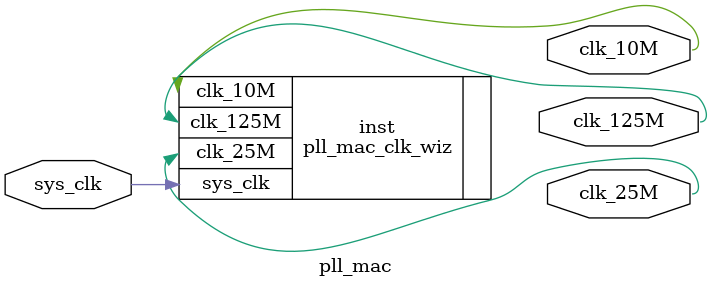
<source format=v>


`timescale 1ps/1ps

(* CORE_GENERATION_INFO = "pll_mac,clk_wiz_v6_0_9_0_0,{component_name=pll_mac,use_phase_alignment=true,use_min_o_jitter=false,use_max_i_jitter=false,use_dyn_phase_shift=false,use_inclk_switchover=false,use_dyn_reconfig=false,enable_axi=0,feedback_source=FDBK_AUTO,PRIMITIVE=PLL,num_out_clk=3,clkin1_period=10.000,clkin2_period=10.000,use_power_down=false,use_reset=false,use_locked=false,use_inclk_stopped=false,feedback_type=SINGLE,CLOCK_MGR_TYPE=NA,manual_override=false}" *)

module pll_mac 
 (
  // Clock out ports
  output        clk_125M,
  output        clk_25M,
  output        clk_10M,
 // Clock in ports
  input         sys_clk
 );

  pll_mac_clk_wiz inst
  (
  // Clock out ports  
  .clk_125M(clk_125M),
  .clk_25M(clk_25M),
  .clk_10M(clk_10M),
 // Clock in ports
  .sys_clk(sys_clk)
  );

endmodule

</source>
